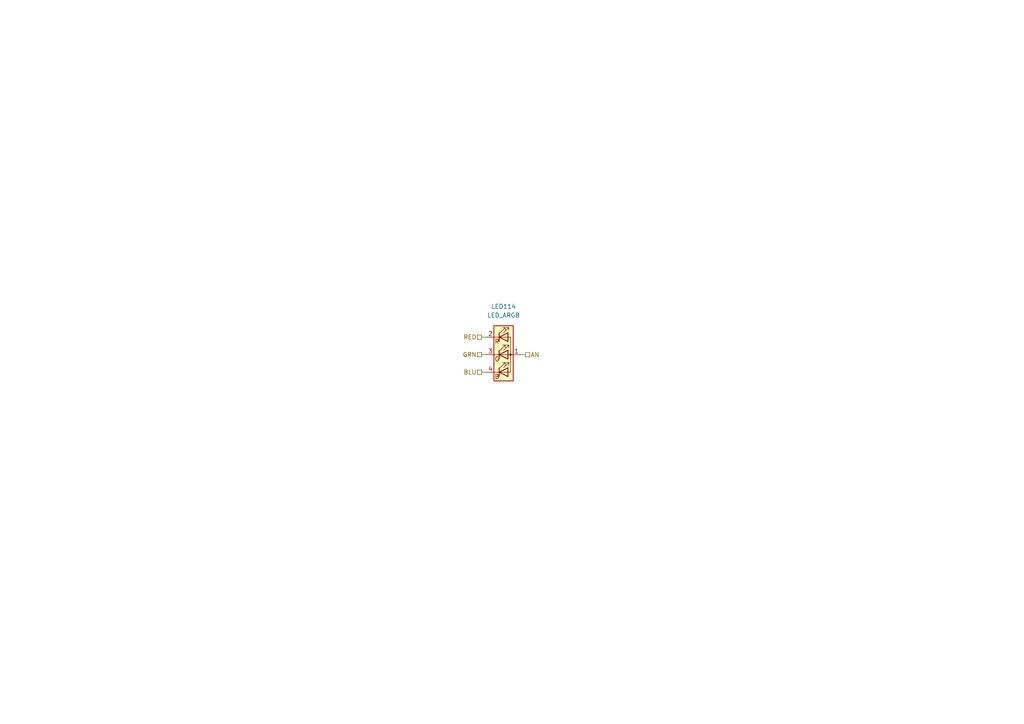
<source format=kicad_sch>
(kicad_sch (version 20250114) (generator "eeschema") (generator_version "9.0")
  (paper "A4")
  (lib_symbols
    (symbol "keyboard:LED_ARGB" (pin_names (offset 0) (hide yes))
      (property "Reference" "LED" (at 0 9.398 0))
      (property "Value" "LED_ARGB" (at 0 -8.89 0))
      (symbol "LED_ARGB_0_0"
        (text "R" (at -1.905 3.81 0) (effects (font (size 1.27 1.27))))
        (text "G" (at -1.905 -1.27 0) (effects (font (size 1.27 1.27))))
        (text "B" (at -1.905 -6.35 0) (effects (font (size 1.27 1.27))))
      )
      (symbol "LED_ARGB_0_1"
        (rectangle (start -2.794 8.382) (end 2.794 -7.62) (stroke (width 0.254)) (fill (type background)))
        (polyline (pts (xy -1.27 6.35) (xy -1.27 3.81)) (stroke (width 0.254)))
        (polyline (pts (xy -1.27 6.35) (xy -1.27 3.81) (xy -1.27 3.81)))
        (polyline (pts (xy -1.27 5.08) (xy -2.54 5.08)))
        (polyline (pts (xy -1.27 5.08) (xy 1.27 5.08)))
        (polyline (pts (xy -1.27 1.27) (xy -1.27 -1.27)) (stroke (width 0.254)))
        (polyline (pts (xy -1.27 1.27) (xy -1.27 -1.27) (xy -1.27 -1.27)))
        (polyline (pts (xy -1.27 0) (xy -2.54 0)))
        (polyline (pts (xy -1.27 -3.81) (xy -1.27 -6.35)) (stroke (width 0.254)))
        (polyline (pts (xy -1.27 -5.08) (xy -2.54 -5.08)))
        (polyline (pts (xy -1.27 -5.08) (xy 1.27 -5.08)))
        (polyline (pts (xy -1.016 6.35) (xy 0.508 7.874) (xy -0.254 7.874) (xy 0.508 7.874) (xy 0.508 7.112)))
        (polyline (pts (xy -1.016 1.27) (xy 0.508 2.794) (xy -0.254 2.794) (xy 0.508 2.794) (xy 0.508 2.032)))
        (polyline (pts (xy -1.016 -3.81) (xy 0.508 -2.286) (xy -0.254 -2.286) (xy 0.508 -2.286) (xy 0.508 -3.048)))
        (polyline (pts (xy 0 6.35) (xy 1.524 7.874) (xy 0.762 7.874) (xy 1.524 7.874) (xy 1.524 7.112)))
        (polyline (pts (xy 0 1.27) (xy 1.524 2.794) (xy 0.762 2.794) (xy 1.524 2.794) (xy 1.524 2.032)))
        (polyline (pts (xy 0 -3.81) (xy 1.524 -2.286) (xy 0.762 -2.286) (xy 1.524 -2.286) (xy 1.524 -3.048)))
        (polyline (pts (xy 1.27 6.35) (xy 1.27 3.81) (xy -1.27 5.08) (xy 1.27 6.35)) (stroke (width 0.254)))
        (rectangle (start 1.27 6.35) (end 1.27 6.35))
        (rectangle (start 1.27 3.81) (end 1.27 6.35))
        (polyline (pts (xy 1.27 1.27) (xy 1.27 -1.27) (xy -1.27 0) (xy 1.27 1.27)) (stroke (width 0.254)))
        (rectangle (start 1.27 1.27) (end 1.27 1.27))
        (polyline (pts (xy 1.27 0) (xy -1.27 0)))
        (polyline (pts (xy 1.27 0) (xy 2.54 0)))
        (rectangle (start 1.27 -1.27) (end 1.27 1.27))
        (polyline (pts (xy 1.27 -3.81) (xy 1.27 -6.35) (xy -1.27 -5.08) (xy 1.27 -3.81)) (stroke (width 0.254)))
        (polyline (pts (xy 1.27 -5.08) (xy 2.032 -5.08) (xy 2.032 5.08) (xy 1.27 5.08)))
        (circle (center 2.032 0) (radius 0.254) (fill (type outline)))
      )
      (symbol "LED_ARGB_1_1"
        (pin passive line (at -5.08 5.08 0) (length 2.54) (name "RK") (number "2"))
        (pin passive line (at -5.08 0 0) (length 2.54) (name "GK") (number "3"))
        (pin passive line (at -5.08 -5.08 0) (length 2.54) (name "BK") (number "4"))
        (pin passive line (at 5.08 0 180) (length 2.54) (name "A") (number "1"))
      )
    )
  )
  (wire (pts (xy 139.7 107.95) (xy 140.97 107.95)))
  (wire (pts (xy 139.7 97.79) (xy 140.97 97.79)))
  (wire (pts (xy 151.13 102.87) (xy 152.4 102.87)))
  (wire (pts (xy 139.7 102.87) (xy 140.97 102.87)))
  (hierarchical_label "GRN" (shape passive) (at 139.7 102.87 180))
  (hierarchical_label "RED" (shape passive) (at 139.7 97.79 180))
  (hierarchical_label "BLU" (shape passive) (at 139.7 107.95 180))
  (hierarchical_label "AN" (shape passive) (at 152.4 102.87 0))
  (symbol (lib_id "keyboard:LED_ARGB") (at 146.05 102.87 0) (unit 1)
    (property "Reference" "LED114" (at 146.05 88.9 0))
    (property "Value" "LED_ARGB" (at 146.05 91.44 0))
    (property "Description" "RGB LED, anode/red/green/blue" (effects (hide yes)))
  )
)
</source>
